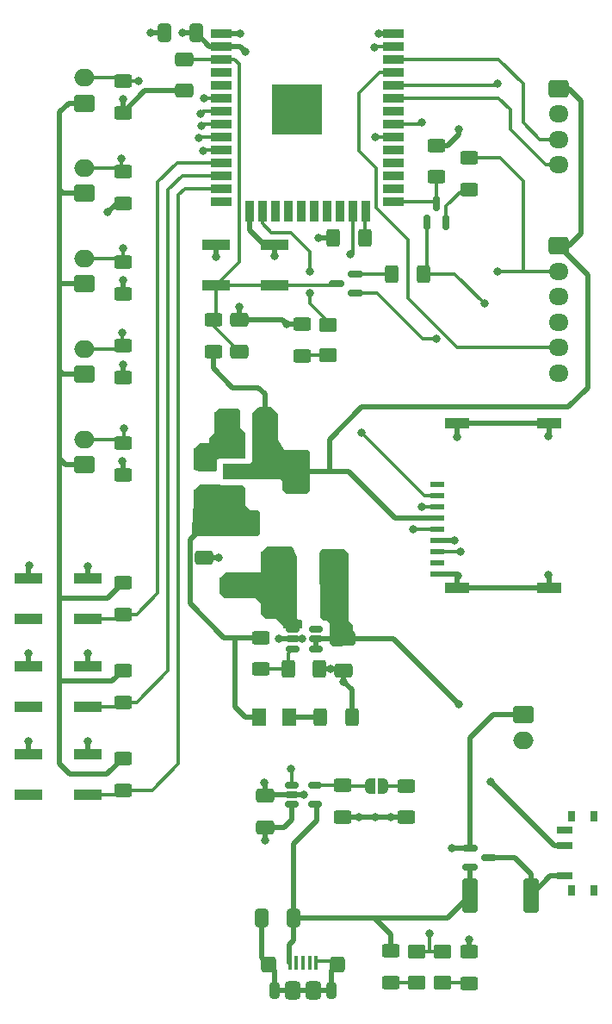
<source format=gbr>
%TF.GenerationSoftware,KiCad,Pcbnew,(6.0.7)*%
%TF.CreationDate,2023-03-03T12:59:50+05:30*%
%TF.ProjectId,ESP32-dev-board,45535033-322d-4646-9576-2d626f617264,rev?*%
%TF.SameCoordinates,Original*%
%TF.FileFunction,Copper,L1,Top*%
%TF.FilePolarity,Positive*%
%FSLAX46Y46*%
G04 Gerber Fmt 4.6, Leading zero omitted, Abs format (unit mm)*
G04 Created by KiCad (PCBNEW (6.0.7)) date 2023-03-03 12:59:50*
%MOMM*%
%LPD*%
G01*
G04 APERTURE LIST*
G04 Aperture macros list*
%AMRoundRect*
0 Rectangle with rounded corners*
0 $1 Rounding radius*
0 $2 $3 $4 $5 $6 $7 $8 $9 X,Y pos of 4 corners*
0 Add a 4 corners polygon primitive as box body*
4,1,4,$2,$3,$4,$5,$6,$7,$8,$9,$2,$3,0*
0 Add four circle primitives for the rounded corners*
1,1,$1+$1,$2,$3*
1,1,$1+$1,$4,$5*
1,1,$1+$1,$6,$7*
1,1,$1+$1,$8,$9*
0 Add four rect primitives between the rounded corners*
20,1,$1+$1,$2,$3,$4,$5,0*
20,1,$1+$1,$4,$5,$6,$7,0*
20,1,$1+$1,$6,$7,$8,$9,0*
20,1,$1+$1,$8,$9,$2,$3,0*%
%AMFreePoly0*
4,1,22,0.500000,-0.750000,0.000000,-0.750000,0.000000,-0.745033,-0.079941,-0.743568,-0.215256,-0.701293,-0.333266,-0.622738,-0.424486,-0.514219,-0.481581,-0.384460,-0.499164,-0.250000,-0.500000,-0.250000,-0.500000,0.250000,-0.499164,0.250000,-0.499963,0.256109,-0.478152,0.396186,-0.417904,0.524511,-0.324060,0.630769,-0.204165,0.706417,-0.067858,0.745374,0.000000,0.744959,0.000000,0.750000,
0.500000,0.750000,0.500000,-0.750000,0.500000,-0.750000,$1*%
%AMFreePoly1*
4,1,20,0.000000,0.744959,0.073905,0.744508,0.209726,0.703889,0.328688,0.626782,0.421226,0.519385,0.479903,0.390333,0.500000,0.250000,0.500000,-0.250000,0.499851,-0.262216,0.476331,-0.402017,0.414519,-0.529596,0.319384,-0.634700,0.198574,-0.708877,0.061801,-0.746166,0.000000,-0.745033,0.000000,-0.750000,-0.500000,-0.750000,-0.500000,0.750000,0.000000,0.750000,0.000000,0.744959,
0.000000,0.744959,$1*%
G04 Aperture macros list end*
%TA.AperFunction,SMDPad,CuDef*%
%ADD10R,2.000000X0.900000*%
%TD*%
%TA.AperFunction,SMDPad,CuDef*%
%ADD11R,0.900000X2.000000*%
%TD*%
%TA.AperFunction,SMDPad,CuDef*%
%ADD12R,5.000000X5.000000*%
%TD*%
%TA.AperFunction,SMDPad,CuDef*%
%ADD13R,2.800000X1.000000*%
%TD*%
%TA.AperFunction,SMDPad,CuDef*%
%ADD14R,2.450000X5.900000*%
%TD*%
%TA.AperFunction,ComponentPad*%
%ADD15RoundRect,0.250000X0.750000X-0.600000X0.750000X0.600000X-0.750000X0.600000X-0.750000X-0.600000X0*%
%TD*%
%TA.AperFunction,ComponentPad*%
%ADD16O,2.000000X1.700000*%
%TD*%
%TA.AperFunction,SMDPad,CuDef*%
%ADD17RoundRect,0.150000X0.150000X-0.587500X0.150000X0.587500X-0.150000X0.587500X-0.150000X-0.587500X0*%
%TD*%
%TA.AperFunction,SMDPad,CuDef*%
%ADD18RoundRect,0.249999X-1.425001X0.512501X-1.425001X-0.512501X1.425001X-0.512501X1.425001X0.512501X0*%
%TD*%
%TA.AperFunction,SMDPad,CuDef*%
%ADD19R,1.400000X0.620000*%
%TD*%
%TA.AperFunction,SMDPad,CuDef*%
%ADD20R,2.400000X1.100000*%
%TD*%
%TA.AperFunction,SMDPad,CuDef*%
%ADD21RoundRect,0.250000X0.625000X-0.400000X0.625000X0.400000X-0.625000X0.400000X-0.625000X-0.400000X0*%
%TD*%
%TA.AperFunction,SMDPad,CuDef*%
%ADD22RoundRect,0.250000X0.400000X0.625000X-0.400000X0.625000X-0.400000X-0.625000X0.400000X-0.625000X0*%
%TD*%
%TA.AperFunction,SMDPad,CuDef*%
%ADD23RoundRect,0.249999X0.512501X1.425001X-0.512501X1.425001X-0.512501X-1.425001X0.512501X-1.425001X0*%
%TD*%
%TA.AperFunction,SMDPad,CuDef*%
%ADD24RoundRect,0.250000X-0.650000X0.412500X-0.650000X-0.412500X0.650000X-0.412500X0.650000X0.412500X0*%
%TD*%
%TA.AperFunction,SMDPad,CuDef*%
%ADD25RoundRect,0.250000X-0.625000X0.400000X-0.625000X-0.400000X0.625000X-0.400000X0.625000X0.400000X0*%
%TD*%
%TA.AperFunction,SMDPad,CuDef*%
%ADD26RoundRect,0.250000X0.412500X0.650000X-0.412500X0.650000X-0.412500X-0.650000X0.412500X-0.650000X0*%
%TD*%
%TA.AperFunction,SMDPad,CuDef*%
%ADD27RoundRect,0.250000X0.650000X-0.412500X0.650000X0.412500X-0.650000X0.412500X-0.650000X-0.412500X0*%
%TD*%
%TA.AperFunction,ComponentPad*%
%ADD28RoundRect,0.250000X-0.725000X0.600000X-0.725000X-0.600000X0.725000X-0.600000X0.725000X0.600000X0*%
%TD*%
%TA.AperFunction,ComponentPad*%
%ADD29O,1.950000X1.700000*%
%TD*%
%TA.AperFunction,SMDPad,CuDef*%
%ADD30RoundRect,0.150000X0.587500X0.150000X-0.587500X0.150000X-0.587500X-0.150000X0.587500X-0.150000X0*%
%TD*%
%TA.AperFunction,SMDPad,CuDef*%
%ADD31RoundRect,0.250001X0.624999X-0.462499X0.624999X0.462499X-0.624999X0.462499X-0.624999X-0.462499X0*%
%TD*%
%TA.AperFunction,SMDPad,CuDef*%
%ADD32RoundRect,0.150000X-0.587500X-0.150000X0.587500X-0.150000X0.587500X0.150000X-0.587500X0.150000X0*%
%TD*%
%TA.AperFunction,SMDPad,CuDef*%
%ADD33RoundRect,0.250000X-0.400000X-0.625000X0.400000X-0.625000X0.400000X0.625000X-0.400000X0.625000X0*%
%TD*%
%TA.AperFunction,SMDPad,CuDef*%
%ADD34FreePoly0,180.000000*%
%TD*%
%TA.AperFunction,SMDPad,CuDef*%
%ADD35FreePoly1,180.000000*%
%TD*%
%TA.AperFunction,SMDPad,CuDef*%
%ADD36RoundRect,0.150000X-0.512500X-0.150000X0.512500X-0.150000X0.512500X0.150000X-0.512500X0.150000X0*%
%TD*%
%TA.AperFunction,SMDPad,CuDef*%
%ADD37R,0.800000X1.000000*%
%TD*%
%TA.AperFunction,SMDPad,CuDef*%
%ADD38R,1.500000X0.700000*%
%TD*%
%TA.AperFunction,SMDPad,CuDef*%
%ADD39RoundRect,0.100000X0.100000X0.575000X-0.100000X0.575000X-0.100000X-0.575000X0.100000X-0.575000X0*%
%TD*%
%TA.AperFunction,SMDPad,CuDef*%
%ADD40RoundRect,0.400000X0.400000X0.500000X-0.400000X0.500000X-0.400000X-0.500000X0.400000X-0.500000X0*%
%TD*%
%TA.AperFunction,ComponentPad*%
%ADD41O,1.100000X1.800000*%
%TD*%
%TA.AperFunction,SMDPad,CuDef*%
%ADD42RoundRect,0.375000X0.375000X0.425000X-0.375000X0.425000X-0.375000X-0.425000X0.375000X-0.425000X0*%
%TD*%
%TA.AperFunction,SMDPad,CuDef*%
%ADD43RoundRect,0.250001X0.462499X0.624999X-0.462499X0.624999X-0.462499X-0.624999X0.462499X-0.624999X0*%
%TD*%
%TA.AperFunction,ComponentPad*%
%ADD44RoundRect,0.250000X-0.750000X0.600000X-0.750000X-0.600000X0.750000X-0.600000X0.750000X0.600000X0*%
%TD*%
%TA.AperFunction,SMDPad,CuDef*%
%ADD45R,2.000000X1.500000*%
%TD*%
%TA.AperFunction,SMDPad,CuDef*%
%ADD46R,2.000000X3.800000*%
%TD*%
%TA.AperFunction,ViaPad*%
%ADD47C,0.800000*%
%TD*%
%TA.AperFunction,Conductor*%
%ADD48C,0.500000*%
%TD*%
%TA.AperFunction,Conductor*%
%ADD49C,0.300000*%
%TD*%
G04 APERTURE END LIST*
D10*
%TO.P,U2,1,GND*%
%TO.N,GND*%
X96640000Y-47110000D03*
%TO.P,U2,2,VDD*%
%TO.N,+3V3*%
X96640000Y-48380000D03*
%TO.P,U2,3,EN*%
%TO.N,EN*%
X96640000Y-49650000D03*
%TO.P,U2,4,SENSOR_VP*%
%TO.N,unconnected-(U2-Pad4)*%
X96640000Y-50920000D03*
%TO.P,U2,5,SENSOR_VN*%
%TO.N,unconnected-(U2-Pad5)*%
X96640000Y-52190000D03*
%TO.P,U2,6,IO34*%
%TO.N,FS-1*%
X96640000Y-53460000D03*
%TO.P,U2,7,IO35*%
%TO.N,FS-2*%
X96640000Y-54730000D03*
%TO.P,U2,8,IO32*%
%TO.N,FS-3*%
X96640000Y-56000000D03*
%TO.P,U2,9,IO33*%
%TO.N,FS-4*%
X96640000Y-57270000D03*
%TO.P,U2,10,IO25*%
%TO.N,FS-5*%
X96640000Y-58540000D03*
%TO.P,U2,11,IO26*%
%TO.N,SW_1*%
X96640000Y-59810000D03*
%TO.P,U2,12,IO27*%
%TO.N,SW_2*%
X96640000Y-61080000D03*
%TO.P,U2,13,IO14*%
%TO.N,SW_3*%
X96640000Y-62350000D03*
%TO.P,U2,14,IO12*%
%TO.N,unconnected-(U2-Pad14)*%
X96640000Y-63620000D03*
D11*
%TO.P,U2,15,GND*%
%TO.N,GND*%
X99425000Y-64620000D03*
%TO.P,U2,16,IO13*%
%TO.N,LED*%
X100695000Y-64620000D03*
%TO.P,U2,17,SHD/SD2*%
%TO.N,unconnected-(U2-Pad17)*%
X101965000Y-64620000D03*
%TO.P,U2,18,SWP/SD3*%
%TO.N,unconnected-(U2-Pad18)*%
X103235000Y-64620000D03*
%TO.P,U2,19,SCS/CMD*%
%TO.N,unconnected-(U2-Pad19)*%
X104505000Y-64620000D03*
%TO.P,U2,20,SCK/CLK*%
%TO.N,unconnected-(U2-Pad20)*%
X105775000Y-64620000D03*
%TO.P,U2,21,SDO/SD0*%
%TO.N,unconnected-(U2-Pad21)*%
X107045000Y-64620000D03*
%TO.P,U2,22,SDI/SD1*%
%TO.N,unconnected-(U2-Pad22)*%
X108315000Y-64620000D03*
%TO.P,U2,23,IO15*%
%TO.N,CS_SD*%
X109585000Y-64620000D03*
%TO.P,U2,24,IO2*%
%TO.N,Net-(R18-Pad2)*%
X110855000Y-64620000D03*
D10*
%TO.P,U2,25,IO0*%
%TO.N,IO0*%
X113640000Y-63620000D03*
%TO.P,U2,26,IO4*%
%TO.N,unconnected-(U2-Pad26)*%
X113640000Y-62350000D03*
%TO.P,U2,27,IO16*%
%TO.N,unconnected-(U2-Pad27)*%
X113640000Y-61080000D03*
%TO.P,U2,28,IO17*%
%TO.N,unconnected-(U2-Pad28)*%
X113640000Y-59810000D03*
%TO.P,U2,29,IO5*%
%TO.N,unconnected-(U2-Pad29)*%
X113640000Y-58540000D03*
%TO.P,U2,30,IO18*%
%TO.N,SCK*%
X113640000Y-57270000D03*
%TO.P,U2,31,IO19*%
%TO.N,MISO*%
X113640000Y-56000000D03*
%TO.P,U2,32,NC*%
%TO.N,unconnected-(U2-Pad32)*%
X113640000Y-54730000D03*
%TO.P,U2,33,IO21*%
%TO.N,SDA*%
X113640000Y-53460000D03*
%TO.P,U2,34,RXD0/IO3*%
%TO.N,TXD*%
X113640000Y-52190000D03*
%TO.P,U2,35,TXD0/IO1*%
%TO.N,RXD*%
X113640000Y-50920000D03*
%TO.P,U2,36,IO22*%
%TO.N,SCL*%
X113640000Y-49650000D03*
%TO.P,U2,37,IO23*%
%TO.N,MOSI*%
X113640000Y-48380000D03*
%TO.P,U2,38,GND*%
%TO.N,GND*%
X113640000Y-47110000D03*
D12*
%TO.P,U2,39,GND*%
X104140000Y-54610000D03*
%TD*%
D13*
%TO.P,SW2,1,1*%
%TO.N,GND*%
X83545000Y-109252000D03*
X77745000Y-109252000D03*
%TO.P,SW2,2,2*%
%TO.N,SW_2*%
X83545000Y-113252000D03*
X77745000Y-113252000D03*
%TD*%
D14*
%TO.P,L1,1,1*%
%TO.N,+5V*%
X107839848Y-101092000D03*
%TO.P,L1,2,2*%
%TO.N,/OUTPUT_buck*%
X102289848Y-101092000D03*
%TD*%
D15*
%TO.P,J3,1,Pin_1*%
%TO.N,+3V3*%
X83177500Y-62845000D03*
D16*
%TO.P,J3,2,Pin_2*%
%TO.N,FS-2*%
X83177500Y-60345000D03*
%TD*%
D17*
%TO.P,Q3,1,D*%
%TO.N,DTR*%
X116890000Y-65657500D03*
%TO.P,Q3,2,G*%
%TO.N,Net-(Q3-Pad2)*%
X118790000Y-65657500D03*
%TO.P,Q3,3,S*%
%TO.N,IO0*%
X117840000Y-63782500D03*
%TD*%
D18*
%TO.P,D6,1,K*%
%TO.N,VCC*%
X98552000Y-95319615D03*
%TO.P,D6,2,A*%
%TO.N,/OUTPUT_buck*%
X98552000Y-101294615D03*
%TD*%
D19*
%TO.P,J10,1,DAT2*%
%TO.N,unconnected-(J10-Pad1)*%
X117888000Y-91420000D03*
%TO.P,J10,2,DAT3/CD*%
%TO.N,CS_SD*%
X117888000Y-92520000D03*
%TO.P,J10,3,CMD*%
%TO.N,MOSI*%
X117888000Y-93620000D03*
%TO.P,J10,4,VDD*%
%TO.N,+3V3*%
X117888000Y-94720000D03*
%TO.P,J10,5,CLK*%
%TO.N,SCK*%
X117888000Y-95820000D03*
%TO.P,J10,6,VSS*%
%TO.N,GND*%
X117888000Y-96920000D03*
%TO.P,J10,7,DAT0*%
%TO.N,MISO*%
X117888000Y-98020000D03*
%TO.P,J10,8,DAT1*%
%TO.N,unconnected-(J10-Pad8)*%
X117888000Y-99120000D03*
%TO.P,J10,9,SHIELD*%
%TO.N,GND*%
X117888000Y-100220000D03*
D20*
X119888000Y-85450000D03*
X128888000Y-101600000D03*
X119888000Y-101600000D03*
X128888000Y-85450000D03*
%TD*%
D21*
%TO.P,R12,1*%
%TO.N,Net-(D2-Pad1)*%
X113376156Y-140330251D03*
%TO.P,R12,2*%
%TO.N,VBUS*%
X113376156Y-137230251D03*
%TD*%
D22*
%TO.P,R17,1*%
%TO.N,GND*%
X106334430Y-109545032D03*
%TO.P,R17,2*%
%TO.N,Net-(R16-Pad1)*%
X103234430Y-109545032D03*
%TD*%
D15*
%TO.P,J5,1,Pin_1*%
%TO.N,+3V3*%
X83177500Y-71735000D03*
D16*
%TO.P,J5,2,Pin_2*%
%TO.N,FS-3*%
X83177500Y-69235000D03*
%TD*%
D21*
%TO.P,R13,1*%
%TO.N,Net-(D3-Pad1)*%
X121081204Y-140409758D03*
%TO.P,R13,2*%
%TO.N,GND*%
X121081204Y-137309758D03*
%TD*%
D23*
%TO.P,D5,1,K*%
%TO.N,+5VA*%
X127137085Y-131797543D03*
%TO.P,D5,2,A*%
%TO.N,VBUS*%
X121162085Y-131797543D03*
%TD*%
D24*
%TO.P,C9,1*%
%TO.N,VCC*%
X94996000Y-95465500D03*
%TO.P,C9,2*%
%TO.N,GND*%
X94996000Y-98590500D03*
%TD*%
D25*
%TO.P,R4,1*%
%TO.N,FS-2*%
X86995000Y-60680000D03*
%TO.P,R4,2*%
%TO.N,GND*%
X86995000Y-63780000D03*
%TD*%
D26*
%TO.P,C2,1*%
%TO.N,+3V3*%
X100956507Y-85090000D03*
%TO.P,C2,2*%
%TO.N,GND*%
X97831507Y-85090000D03*
%TD*%
%TO.P,C5,1*%
%TO.N,+3V3*%
X94210700Y-47076897D03*
%TO.P,C5,2*%
%TO.N,GND*%
X91085700Y-47076897D03*
%TD*%
D21*
%TO.P,R21,1*%
%TO.N,Net-(Q3-Pad2)*%
X121015000Y-62460000D03*
%TO.P,R21,2*%
%TO.N,CTS*%
X121015000Y-59360000D03*
%TD*%
D25*
%TO.P,R1,1*%
%TO.N,FS-1*%
X86995000Y-51790000D03*
%TO.P,R1,2*%
%TO.N,GND*%
X86995000Y-54890000D03*
%TD*%
D15*
%TO.P,J1,1,Pin_1*%
%TO.N,+3V3*%
X83185000Y-53975000D03*
D16*
%TO.P,J1,2,Pin_2*%
%TO.N,FS-1*%
X83185000Y-51475000D03*
%TD*%
D27*
%TO.P,C4,1*%
%TO.N,VCCQ*%
X100965000Y-125133500D03*
%TO.P,C4,2*%
%TO.N,GND*%
X100965000Y-122008500D03*
%TD*%
D25*
%TO.P,R3,1*%
%TO.N,FS-4*%
X86995000Y-77825000D03*
%TO.P,R3,2*%
%TO.N,GND*%
X86995000Y-80925000D03*
%TD*%
D15*
%TO.P,J4,1,Pin_1*%
%TO.N,+3V3*%
X83177500Y-89515000D03*
D16*
%TO.P,J4,2,Pin_2*%
%TO.N,FS-5*%
X83177500Y-87015000D03*
%TD*%
D28*
%TO.P,J6,1,Pin_1*%
%TO.N,+3V3*%
X129840000Y-52545000D03*
D29*
%TO.P,J6,2,Pin_2*%
%TO.N,GND*%
X129840000Y-55045000D03*
%TO.P,J6,3,Pin_3*%
%TO.N,SCL*%
X129840000Y-57545000D03*
%TO.P,J6,4,Pin_4*%
%TO.N,SDA*%
X129840000Y-60045000D03*
%TD*%
D25*
%TO.P,R7,1*%
%TO.N,FS-3*%
X86995000Y-69570000D03*
%TO.P,R7,2*%
%TO.N,GND*%
X86995000Y-72670000D03*
%TD*%
D30*
%TO.P,Q2,1,D*%
%TO.N,CTS*%
X109887500Y-72655000D03*
%TO.P,Q2,2,G*%
%TO.N,Net-(Q2-Pad2)*%
X109887500Y-70755000D03*
%TO.P,Q2,3,S*%
%TO.N,EN*%
X108012500Y-71705000D03*
%TD*%
D31*
%TO.P,D3,1,K*%
%TO.N,Net-(D3-Pad1)*%
X118456156Y-140322924D03*
%TO.P,D3,2,A*%
%TO.N,STAT*%
X118456156Y-137347924D03*
%TD*%
D32*
%TO.P,Q1,1,D*%
%TO.N,VCCQ*%
X121145328Y-127116219D03*
%TO.P,Q1,2,G*%
%TO.N,VBUS*%
X121145328Y-129016219D03*
%TO.P,Q1,3,S*%
%TO.N,+5VA*%
X123020328Y-128066219D03*
%TD*%
D13*
%TO.P,SW5,1,1*%
%TO.N,GND*%
X96160000Y-67850000D03*
X101960000Y-67850000D03*
%TO.P,SW5,2,2*%
%TO.N,EN*%
X96160000Y-71850000D03*
X101960000Y-71850000D03*
%TD*%
D33*
%TO.P,R14,1*%
%TO.N,Net-(D4-Pad1)*%
X106400000Y-114300000D03*
%TO.P,R14,2*%
%TO.N,GND*%
X109500000Y-114300000D03*
%TD*%
D25*
%TO.P,R8,1*%
%TO.N,+3V3*%
X86995000Y-118338000D03*
%TO.P,R8,2*%
%TO.N,SW_3*%
X86995000Y-121438000D03*
%TD*%
D13*
%TO.P,SW1,1,1*%
%TO.N,GND*%
X83545000Y-100630000D03*
X77745000Y-100630000D03*
%TO.P,SW1,2,2*%
%TO.N,SW_1*%
X77745000Y-104630000D03*
X83545000Y-104630000D03*
%TD*%
D34*
%TO.P,JP1,1,A*%
%TO.N,Net-(JP1-Pad1)*%
X112588856Y-121029276D03*
D35*
%TO.P,JP1,2,B*%
%TO.N,Net-(JP1-Pad2)*%
X111288856Y-121029276D03*
%TD*%
D21*
%TO.P,R9,1*%
%TO.N,Net-(D1-Pad1)*%
X104648000Y-78766000D03*
%TO.P,R9,2*%
%TO.N,GND*%
X104648000Y-75666000D03*
%TD*%
D26*
%TO.P,C3,1*%
%TO.N,VBUS*%
X103797500Y-133985000D03*
%TO.P,C3,2*%
%TO.N,GND*%
X100672500Y-133985000D03*
%TD*%
D21*
%TO.P,R11,1*%
%TO.N,GND*%
X108585000Y-124105000D03*
%TO.P,R11,2*%
%TO.N,Net-(JP1-Pad2)*%
X108585000Y-121005000D03*
%TD*%
D13*
%TO.P,SW3,1,1*%
%TO.N,GND*%
X83545000Y-117888000D03*
X77745000Y-117888000D03*
%TO.P,SW3,2,2*%
%TO.N,SW_3*%
X83545000Y-121888000D03*
X77745000Y-121888000D03*
%TD*%
D36*
%TO.P,U4,1,SW*%
%TO.N,/OUTPUT_buck*%
X103675369Y-105657189D03*
%TO.P,U4,2,GND*%
%TO.N,GND*%
X103675369Y-106607189D03*
%TO.P,U4,3,FB*%
%TO.N,Net-(R16-Pad1)*%
X103675369Y-107557189D03*
%TO.P,U4,4,EN*%
%TO.N,+5V*%
X105950369Y-107557189D03*
%TO.P,U4,5,IN*%
X105950369Y-106607189D03*
%TO.P,U4,6,NC*%
%TO.N,unconnected-(U4-Pad6)*%
X105950369Y-105657189D03*
%TD*%
D24*
%TO.P,C7,1*%
%TO.N,EN*%
X93040149Y-49643759D03*
%TO.P,C7,2*%
%TO.N,GND*%
X93040149Y-52768759D03*
%TD*%
D36*
%TO.P,U3,1,STAT*%
%TO.N,STAT*%
X103637500Y-120970000D03*
%TO.P,U3,2,VSS*%
%TO.N,GND*%
X103637500Y-121920000D03*
%TO.P,U3,3,VBAT*%
%TO.N,VCCQ*%
X103637500Y-122870000D03*
%TO.P,U3,4,VDD*%
%TO.N,VBUS*%
X105912500Y-122870000D03*
%TO.P,U3,5,PROG*%
%TO.N,Net-(JP1-Pad2)*%
X105912500Y-120970000D03*
%TD*%
D37*
%TO.P,SW4,*%
%TO.N,*%
X131103829Y-123985000D03*
X133313829Y-131285000D03*
X131103829Y-131285000D03*
X133313829Y-123985000D03*
D38*
%TO.P,SW4,1,A*%
%TO.N,+5VA*%
X130453829Y-129885000D03*
%TO.P,SW4,2,B*%
%TO.N,+5V*%
X130453829Y-126885000D03*
%TO.P,SW4,3,C*%
%TO.N,unconnected-(SW4-Pad3)*%
X130453829Y-125385000D03*
%TD*%
D21*
%TO.P,R19,1*%
%TO.N,IO0*%
X117852898Y-61221105D03*
%TO.P,R19,2*%
%TO.N,+3V3*%
X117852898Y-58121105D03*
%TD*%
%TO.P,R10,1*%
%TO.N,GND*%
X114906211Y-124143350D03*
%TO.P,R10,2*%
%TO.N,Net-(JP1-Pad1)*%
X114906211Y-121043350D03*
%TD*%
D28*
%TO.P,J7,1,Pin_1*%
%TO.N,+3V3*%
X129840000Y-67985000D03*
D29*
%TO.P,J7,2,Pin_2*%
%TO.N,CTS*%
X129840000Y-70485000D03*
%TO.P,J7,3,Pin_3*%
%TO.N,GND*%
X129840000Y-72985000D03*
%TO.P,J7,4,Pin_4*%
%TO.N,TXD*%
X129840000Y-75485000D03*
%TO.P,J7,5,Pin_5*%
%TO.N,RXD*%
X129840000Y-77985000D03*
%TO.P,J7,6,Pin_6*%
%TO.N,DTR*%
X129840000Y-80485000D03*
%TD*%
D39*
%TO.P,J8,1,VBUS*%
%TO.N,VBUS*%
X103411436Y-138449761D03*
%TO.P,J8,2,D-*%
%TO.N,unconnected-(J8-Pad2)*%
X104061436Y-138449761D03*
%TO.P,J8,3,D+*%
%TO.N,unconnected-(J8-Pad3)*%
X104711436Y-138449761D03*
%TO.P,J8,4,ID*%
%TO.N,unconnected-(J8-Pad4)*%
X105361436Y-138449761D03*
%TO.P,J8,5,GND*%
%TO.N,GND*%
X106011436Y-138449761D03*
D40*
%TO.P,J8,6,Shield*%
X105761436Y-141124761D03*
D41*
X101886436Y-141124761D03*
D40*
X103661436Y-141124761D03*
D42*
X101311436Y-138574761D03*
X108111436Y-138574761D03*
D41*
X107536436Y-141124761D03*
%TD*%
D25*
%TO.P,R15,1*%
%TO.N,EN*%
X95885000Y-75285000D03*
%TO.P,R15,2*%
%TO.N,+3V3*%
X95885000Y-78385000D03*
%TD*%
D33*
%TO.P,R20,1*%
%TO.N,Net-(Q2-Pad2)*%
X113435940Y-70741007D03*
%TO.P,R20,2*%
%TO.N,DTR*%
X116535940Y-70741007D03*
%TD*%
D15*
%TO.P,J2,1,Pin_1*%
%TO.N,+3V3*%
X83177500Y-80625000D03*
D16*
%TO.P,J2,2,Pin_2*%
%TO.N,FS-4*%
X83177500Y-78125000D03*
%TD*%
D25*
%TO.P,R2,1*%
%TO.N,+3V3*%
X86995000Y-101080000D03*
%TO.P,R2,2*%
%TO.N,SW_1*%
X86995000Y-104180000D03*
%TD*%
D43*
%TO.P,D4,1,K*%
%TO.N,Net-(D4-Pad1)*%
X103335257Y-114272592D03*
%TO.P,D4,2,A*%
%TO.N,VCC*%
X100360257Y-114272592D03*
%TD*%
D44*
%TO.P,J9,1,Pin_1*%
%TO.N,VCCQ*%
X126372500Y-114066000D03*
D16*
%TO.P,J9,2,Pin_2*%
%TO.N,GND*%
X126372500Y-116566000D03*
%TD*%
D21*
%TO.P,R16,1*%
%TO.N,Net-(R16-Pad1)*%
X100563943Y-109556537D03*
%TO.P,R16,2*%
%TO.N,VCC*%
X100563943Y-106456537D03*
%TD*%
D24*
%TO.P,C8,1*%
%TO.N,+5V*%
X108712000Y-106600973D03*
%TO.P,C8,2*%
%TO.N,GND*%
X108712000Y-109725973D03*
%TD*%
D45*
%TO.P,U1,1,ADJ*%
%TO.N,GND*%
X97815000Y-87870000D03*
%TO.P,U1,2,VO*%
%TO.N,+3V3*%
X97815000Y-90170000D03*
D46*
X104115000Y-90170000D03*
D45*
%TO.P,U1,3,VI*%
%TO.N,VCC*%
X97815000Y-92470000D03*
%TD*%
D25*
%TO.P,R6,1*%
%TO.N,+3V3*%
X86995000Y-109702000D03*
%TO.P,R6,2*%
%TO.N,SW_2*%
X86995000Y-112802000D03*
%TD*%
D31*
%TO.P,D2,1,K*%
%TO.N,Net-(D2-Pad1)*%
X115916156Y-140322924D03*
%TO.P,D2,2,A*%
%TO.N,STAT*%
X115916156Y-137347924D03*
%TD*%
D33*
%TO.P,R18,1*%
%TO.N,GND*%
X107705990Y-67200319D03*
%TO.P,R18,2*%
%TO.N,Net-(R18-Pad2)*%
X110805990Y-67200319D03*
%TD*%
D27*
%TO.P,C1,1*%
%TO.N,VCC*%
X95250000Y-92367500D03*
%TO.P,C1,2*%
%TO.N,GND*%
X95250000Y-89242500D03*
%TD*%
D31*
%TO.P,D1,1,K*%
%TO.N,Net-(D1-Pad1)*%
X107188000Y-78703500D03*
%TO.P,D1,2,A*%
%TO.N,LED*%
X107188000Y-75728500D03*
%TD*%
D25*
%TO.P,R5,1*%
%TO.N,FS-5*%
X86995000Y-87350000D03*
%TO.P,R5,2*%
%TO.N,GND*%
X86995000Y-90450000D03*
%TD*%
D24*
%TO.P,C6,1*%
%TO.N,GND*%
X98425000Y-75272500D03*
%TO.P,C6,2*%
%TO.N,EN*%
X98425000Y-78397500D03*
%TD*%
D47*
%TO.N,+3V3*%
X120015000Y-56515000D03*
X100965000Y-89535000D03*
X100965000Y-88265000D03*
X99060000Y-48895000D03*
X92874990Y-47039497D03*
%TO.N,VCCQ*%
X119383022Y-127123742D03*
X100965000Y-126365000D03*
%TO.N,+5V*%
X120015000Y-113030000D03*
X123190000Y-120650000D03*
%TO.N,LED*%
X105410000Y-72649500D03*
X105410000Y-70485000D03*
%TO.N,STAT*%
X117172155Y-135498661D03*
X103505000Y-119380000D03*
%TO.N,FS-1*%
X94970013Y-53495920D03*
X88524820Y-51801562D03*
%TO.N,FS-4*%
X86926470Y-76483135D03*
X94488000Y-57404000D03*
%TO.N,FS-2*%
X94613038Y-55022350D03*
X86869259Y-59380955D03*
%TO.N,FS-5*%
X94895643Y-58617960D03*
X87075164Y-85883754D03*
%TO.N,FS-3*%
X94742629Y-56216368D03*
X86990530Y-68259497D03*
%TO.N,CTS*%
X123825000Y-70485000D03*
X117862168Y-77082832D03*
%TO.N,TXD*%
X123825000Y-52070000D03*
%TO.N,DTR*%
X122555000Y-73660000D03*
%TO.N,CS_SD*%
X109370807Y-68848617D03*
X110490000Y-86360000D03*
%TO.N,SCK*%
X115586227Y-95801961D03*
X111815359Y-57282535D03*
%TO.N,MISO*%
X120165534Y-98032300D03*
X116369500Y-55879999D03*
%TO.N,MOSI*%
X111725643Y-48468897D03*
X116427666Y-93617706D03*
%TO.N,GND*%
X103124000Y-53848000D03*
X86975195Y-79619569D03*
X101950254Y-69019400D03*
X108712000Y-110797922D03*
X83545880Y-99451059D03*
X96422401Y-98652433D03*
X128868509Y-100294169D03*
X104140000Y-53848000D03*
X103076986Y-75646675D03*
X105156000Y-53848000D03*
X107392960Y-109569245D03*
X96132485Y-69038890D03*
X95492342Y-87894189D03*
X106227950Y-67181425D03*
X105156000Y-55880000D03*
X96520000Y-84836000D03*
X77793725Y-99382639D03*
X83576374Y-116632835D03*
X94667004Y-87919662D03*
X113385000Y-124105000D03*
X119913986Y-100365632D03*
X104140000Y-54864000D03*
X111857764Y-124110116D03*
X121058930Y-136118104D03*
X98532263Y-47140736D03*
X104775000Y-121920000D03*
X103124000Y-54864000D03*
X104638369Y-106615033D03*
X105156000Y-54864000D03*
X119840700Y-86784073D03*
X110210000Y-124105000D03*
X128830469Y-86710986D03*
X112194711Y-47127750D03*
X83577483Y-108017632D03*
X100916322Y-120692815D03*
X89760402Y-47088033D03*
X77715514Y-116625609D03*
X77735254Y-107994894D03*
X96139367Y-87364342D03*
X103124000Y-55880000D03*
X119589153Y-96943543D03*
X86995000Y-71373914D03*
X98454549Y-73947113D03*
X86969013Y-89157162D03*
X102367590Y-106615033D03*
X85489798Y-64706569D03*
X104140000Y-55880000D03*
X86988503Y-53538692D03*
X96518531Y-85680248D03*
%TD*%
D48*
%TO.N,VCC*%
X94996000Y-95465500D02*
X93596000Y-96865500D01*
X98013463Y-106456537D02*
X98013463Y-113253463D01*
X93596000Y-103121000D02*
X96931537Y-106456537D01*
X98013463Y-106456537D02*
X100563943Y-106456537D01*
X98013463Y-113253463D02*
X99060000Y-114300000D01*
X93596000Y-96865500D02*
X93596000Y-103121000D01*
X99060000Y-114300000D02*
X100332849Y-114300000D01*
X100332849Y-114300000D02*
X100360257Y-114272592D01*
X96931537Y-106456537D02*
X98013463Y-106456537D01*
%TO.N,+3V3*%
X80772000Y-54864000D02*
X80772000Y-62484000D01*
X132080000Y-66747129D02*
X130842129Y-67985000D01*
X80879000Y-71735000D02*
X80772000Y-71628000D01*
X130810000Y-83820000D02*
X110490000Y-83820000D01*
X120015000Y-56515000D02*
X120015000Y-57078140D01*
X80772000Y-80264000D02*
X80772000Y-88900000D01*
X85459000Y-102616000D02*
X80772000Y-102616000D01*
X113770000Y-94720000D02*
X109220000Y-90170000D01*
X86995000Y-101080000D02*
X85459000Y-102616000D01*
X95513803Y-48380000D02*
X94210700Y-47076897D01*
X132715000Y-70860000D02*
X132715000Y-81915000D01*
X132080000Y-53747701D02*
X132080000Y-66747129D01*
X81788000Y-119888000D02*
X85445000Y-119888000D01*
X94210700Y-47076897D02*
X92912390Y-47076897D01*
X80772000Y-88900000D02*
X81387000Y-89515000D01*
X80772000Y-110744000D02*
X80772000Y-118872000D01*
X107315000Y-90170000D02*
X104115000Y-90170000D01*
X110490000Y-83820000D02*
X107315000Y-86995000D01*
X80772000Y-102616000D02*
X80772000Y-110744000D01*
X117888000Y-94720000D02*
X113770000Y-94720000D01*
X86995000Y-109702000D02*
X85953000Y-110744000D01*
X80772000Y-62484000D02*
X80772000Y-71628000D01*
X96640000Y-48380000D02*
X98545000Y-48380000D01*
X95885000Y-80010000D02*
X97790000Y-81915000D01*
X100330000Y-81915000D02*
X100965000Y-82550000D01*
X107315000Y-86995000D02*
X107315000Y-90170000D01*
X81661000Y-53975000D02*
X80772000Y-54864000D01*
X100956507Y-82558493D02*
X100965000Y-82550000D01*
X109220000Y-90170000D02*
X107315000Y-90170000D01*
X83185000Y-53975000D02*
X81661000Y-53975000D01*
X83177500Y-71735000D02*
X80879000Y-71735000D01*
X98545000Y-48380000D02*
X99060000Y-48895000D01*
X80772000Y-88900000D02*
X80772000Y-102616000D01*
X100956507Y-85090000D02*
X100956507Y-82558493D01*
X80772000Y-118872000D02*
X81788000Y-119888000D01*
X81133000Y-62845000D02*
X80772000Y-62484000D01*
X96640000Y-48380000D02*
X95513803Y-48380000D01*
X95885000Y-78385000D02*
X95885000Y-80010000D01*
X81133000Y-80625000D02*
X80772000Y-80264000D01*
X118972035Y-58121105D02*
X117852898Y-58121105D01*
X130842129Y-67985000D02*
X129840000Y-67985000D01*
X132715000Y-81915000D02*
X130810000Y-83820000D01*
X83177500Y-62845000D02*
X81133000Y-62845000D01*
X130877299Y-52545000D02*
X132080000Y-53747701D01*
X120015000Y-57078140D02*
X118972035Y-58121105D01*
X129840000Y-52545000D02*
X130877299Y-52545000D01*
X85445000Y-119888000D02*
X86995000Y-118338000D01*
X129840000Y-67985000D02*
X132715000Y-70860000D01*
X81387000Y-89515000D02*
X83177500Y-89515000D01*
X80772000Y-71628000D02*
X80772000Y-80264000D01*
X97790000Y-81915000D02*
X100330000Y-81915000D01*
X92912390Y-47076897D02*
X92874990Y-47039497D01*
X83177500Y-80625000D02*
X81133000Y-80625000D01*
X85953000Y-110744000D02*
X80772000Y-110744000D01*
%TO.N,VBUS*%
X110490000Y-133985000D02*
X103797500Y-133985000D01*
X103797500Y-126707500D02*
X106045000Y-124460000D01*
X121154463Y-131789921D02*
X121162085Y-131797543D01*
X113376156Y-135601156D02*
X111760000Y-133985000D01*
X121154463Y-129204728D02*
X121154463Y-131789921D01*
X113376156Y-137230251D02*
X113376156Y-135601156D01*
X110490000Y-133985000D02*
X118974628Y-133985000D01*
X111760000Y-133985000D02*
X110490000Y-133985000D01*
X103797500Y-136232500D02*
X103361436Y-136668564D01*
X118974628Y-133985000D02*
X121162085Y-131797543D01*
X103797500Y-133985000D02*
X103797500Y-136232500D01*
X106045000Y-124460000D02*
X106045000Y-123002500D01*
X103361436Y-136668564D02*
X103361436Y-138449761D01*
X106045000Y-123002500D02*
X105912500Y-122870000D01*
X103797500Y-133985000D02*
X103797500Y-126707500D01*
%TO.N,VCCQ*%
X103637500Y-122870000D02*
X103637500Y-124327500D01*
X121137805Y-127123742D02*
X121154463Y-127107084D01*
X121154463Y-116335537D02*
X123424000Y-114066000D01*
X100965000Y-125133500D02*
X100965000Y-126365000D01*
X123424000Y-114066000D02*
X126372500Y-114066000D01*
X121154463Y-127107084D02*
X121154463Y-116335537D01*
X103637500Y-124327500D02*
X102831500Y-125133500D01*
X119383022Y-127123742D02*
X121137805Y-127123742D01*
X102831500Y-125133500D02*
X100965000Y-125133500D01*
D49*
%TO.N,EN*%
X97940000Y-49650000D02*
X98425000Y-50135000D01*
X96640000Y-49650000D02*
X93046390Y-49650000D01*
X101960000Y-71850000D02*
X96160000Y-71850000D01*
X95885000Y-75857500D02*
X98425000Y-78397500D01*
X98425000Y-50135000D02*
X98425000Y-69585000D01*
X107867500Y-71850000D02*
X101960000Y-71850000D01*
X108012500Y-71705000D02*
X107867500Y-71850000D01*
X93046390Y-49650000D02*
X93040149Y-49643759D01*
X96160000Y-75010000D02*
X95885000Y-75285000D01*
X96160000Y-71850000D02*
X96160000Y-75010000D01*
X95885000Y-75285000D02*
X95885000Y-75857500D01*
X98425000Y-69585000D02*
X96160000Y-71850000D01*
X96640000Y-49650000D02*
X97940000Y-49650000D01*
D48*
%TO.N,+5V*%
X105950369Y-107557189D02*
X105950369Y-106607189D01*
X130453829Y-126885000D02*
X129425000Y-126885000D01*
X105950369Y-106607189D02*
X108705784Y-106607189D01*
X129425000Y-126885000D02*
X123190000Y-120650000D01*
X108705784Y-106607189D02*
X108712000Y-106600973D01*
X113585973Y-106600973D02*
X108712000Y-106600973D01*
X120015000Y-113030000D02*
X113585973Y-106600973D01*
D49*
%TO.N,Net-(D1-Pad1)*%
X104710500Y-78703500D02*
X104648000Y-78766000D01*
X107188000Y-78703500D02*
X104710500Y-78703500D01*
%TO.N,LED*%
X101600000Y-66675000D02*
X103505000Y-66675000D01*
X100695000Y-64620000D02*
X100695000Y-65770000D01*
X103505000Y-66675000D02*
X105410000Y-68580000D01*
X105410000Y-73660000D02*
X107188000Y-75438000D01*
X105410000Y-68580000D02*
X105410000Y-70485000D01*
X107188000Y-75438000D02*
X107188000Y-75728500D01*
X105410000Y-72649500D02*
X105410000Y-73660000D01*
X100695000Y-65770000D02*
X101600000Y-66675000D01*
%TO.N,Net-(D2-Pad1)*%
X115908829Y-140330251D02*
X115916156Y-140322924D01*
X113376156Y-140330251D02*
X115908829Y-140330251D01*
%TO.N,STAT*%
X118456156Y-137347924D02*
X117027924Y-137347924D01*
X103637500Y-120970000D02*
X103637500Y-119512500D01*
X117027924Y-137347924D02*
X115916156Y-137347924D01*
X117172155Y-135498661D02*
X117172155Y-137203693D01*
X103637500Y-119512500D02*
X103505000Y-119380000D01*
X117172155Y-137203693D02*
X117027924Y-137347924D01*
%TO.N,Net-(D3-Pad1)*%
X120994370Y-140322924D02*
X121081204Y-140409758D01*
X118456156Y-140322924D02*
X120994370Y-140322924D01*
D48*
%TO.N,Net-(D4-Pad1)*%
X103335257Y-114272592D02*
X106372592Y-114272592D01*
X106372592Y-114272592D02*
X106400000Y-114300000D01*
%TO.N,+5VA*%
X127137085Y-129677085D02*
X127137085Y-131797543D01*
X123020328Y-128066219D02*
X125526219Y-128066219D01*
X130453829Y-129885000D02*
X129049628Y-129885000D01*
X129049628Y-129885000D02*
X127137085Y-131797543D01*
X125526219Y-128066219D02*
X127137085Y-129677085D01*
D49*
%TO.N,FS-1*%
X87006562Y-51801562D02*
X86995000Y-51790000D01*
X86680000Y-51475000D02*
X86995000Y-51790000D01*
X88524820Y-51801562D02*
X87006562Y-51801562D01*
X95005933Y-53460000D02*
X94970013Y-53495920D01*
X96640000Y-53460000D02*
X95005933Y-53460000D01*
X83185000Y-51475000D02*
X86680000Y-51475000D01*
%TO.N,FS-4*%
X86695000Y-78125000D02*
X86995000Y-77825000D01*
X86926470Y-77756470D02*
X86995000Y-77825000D01*
X94488000Y-57404000D02*
X94622000Y-57270000D01*
X94622000Y-57270000D02*
X96640000Y-57270000D01*
X86926470Y-76483135D02*
X86926470Y-77756470D01*
X83177500Y-78125000D02*
X86695000Y-78125000D01*
%TO.N,FS-2*%
X83177500Y-60345000D02*
X86660000Y-60345000D01*
X86869259Y-60554259D02*
X86995000Y-60680000D01*
X86660000Y-60345000D02*
X86995000Y-60680000D01*
X94905388Y-54730000D02*
X94613038Y-55022350D01*
X86869259Y-59380955D02*
X86869259Y-60554259D01*
X96640000Y-54730000D02*
X94905388Y-54730000D01*
%TO.N,FS-5*%
X96640000Y-58540000D02*
X94973603Y-58540000D01*
X86660000Y-87015000D02*
X86995000Y-87350000D01*
X87075164Y-87269836D02*
X86995000Y-87350000D01*
X94973603Y-58540000D02*
X94895643Y-58617960D01*
X87075164Y-85883754D02*
X87075164Y-87269836D01*
X83177500Y-87015000D02*
X86660000Y-87015000D01*
%TO.N,FS-3*%
X86990530Y-68259497D02*
X86990530Y-69565530D01*
X96640000Y-56000000D02*
X94958997Y-56000000D01*
X83177500Y-69235000D02*
X86660000Y-69235000D01*
X86990530Y-69565530D02*
X86995000Y-69570000D01*
X94958997Y-56000000D02*
X94742629Y-56216368D01*
X86660000Y-69235000D02*
X86995000Y-69570000D01*
%TO.N,SCL*%
X123945000Y-49650000D02*
X126365000Y-52070000D01*
X128030000Y-57545000D02*
X129840000Y-57545000D01*
X126365000Y-55880000D02*
X128030000Y-57545000D01*
X126365000Y-52070000D02*
X126365000Y-55880000D01*
X113640000Y-49650000D02*
X123945000Y-49650000D01*
%TO.N,SDA*%
X125095000Y-54610000D02*
X123945000Y-53460000D01*
X129840000Y-60045000D02*
X128625000Y-60045000D01*
X128625000Y-60045000D02*
X125095000Y-56515000D01*
X123945000Y-53460000D02*
X113640000Y-53460000D01*
X125095000Y-56515000D02*
X125095000Y-54610000D01*
%TO.N,CTS*%
X124130000Y-59360000D02*
X121015000Y-59360000D01*
X117862168Y-77082832D02*
X116452832Y-77082832D01*
X126365000Y-70485000D02*
X126365000Y-61595000D01*
X129840000Y-70485000D02*
X126365000Y-70485000D01*
X116452832Y-77082832D02*
X112025000Y-72655000D01*
X112025000Y-72655000D02*
X109887500Y-72655000D01*
X126365000Y-61595000D02*
X124130000Y-59360000D01*
X123825000Y-70485000D02*
X129840000Y-70485000D01*
%TO.N,TXD*%
X123825000Y-52070000D02*
X123705000Y-52190000D01*
X123705000Y-52190000D02*
X113640000Y-52190000D01*
%TO.N,RXD*%
X110228473Y-58642665D02*
X111907262Y-60321454D01*
X113640000Y-50920000D02*
X112275000Y-50920000D01*
X111907262Y-64282262D02*
X115017767Y-67392767D01*
X110228473Y-52966527D02*
X110228473Y-58642665D01*
X115017767Y-67392767D02*
X115017767Y-73107767D01*
X111907262Y-60321454D02*
X111907262Y-64282262D01*
X112275000Y-50920000D02*
X110228473Y-52966527D01*
X119895000Y-77985000D02*
X129840000Y-77985000D01*
X115017767Y-73107767D02*
X119895000Y-77985000D01*
%TO.N,DTR*%
X122555000Y-73660000D02*
X119636007Y-70741007D01*
X116890000Y-65657500D02*
X116890000Y-70386947D01*
X119636007Y-70741007D02*
X116535940Y-70741007D01*
X116890000Y-70386947D02*
X116535940Y-70741007D01*
%TO.N,Net-(JP1-Pad1)*%
X114892137Y-121029276D02*
X114906211Y-121043350D01*
X112588856Y-121029276D02*
X114892137Y-121029276D01*
%TO.N,Net-(JP1-Pad2)*%
X111288856Y-121029276D02*
X108609276Y-121029276D01*
X108550000Y-120970000D02*
X108585000Y-121005000D01*
X105912500Y-120970000D02*
X108550000Y-120970000D01*
X108609276Y-121029276D02*
X108585000Y-121005000D01*
%TO.N,Net-(Q2-Pad2)*%
X113435940Y-70741007D02*
X109901493Y-70741007D01*
X109901493Y-70741007D02*
X109887500Y-70755000D01*
%TO.N,Net-(Q3-Pad2)*%
X118790000Y-64090000D02*
X120420000Y-62460000D01*
X118790000Y-65657500D02*
X118790000Y-64090000D01*
X120420000Y-62460000D02*
X121015000Y-62460000D01*
%TO.N,IO0*%
X117677500Y-63620000D02*
X117840000Y-63782500D01*
X113640000Y-63620000D02*
X117677500Y-63620000D01*
X117852898Y-61221105D02*
X117852898Y-63769602D01*
X117852898Y-63769602D02*
X117840000Y-63782500D01*
%TO.N,SW_1*%
X96640000Y-59810000D02*
X92336000Y-59810000D01*
X90424000Y-61722000D02*
X90424000Y-102108000D01*
X88352000Y-104180000D02*
X86995000Y-104180000D01*
X92336000Y-59810000D02*
X90424000Y-61722000D01*
X86545000Y-104630000D02*
X86995000Y-104180000D01*
X90424000Y-102108000D02*
X88352000Y-104180000D01*
X83545000Y-104630000D02*
X86545000Y-104630000D01*
%TO.N,SW_2*%
X91440000Y-62484000D02*
X91440000Y-109728000D01*
X86995000Y-112802000D02*
X86545000Y-113252000D01*
X88366000Y-112802000D02*
X86995000Y-112802000D01*
X86545000Y-113252000D02*
X83545000Y-113252000D01*
X91440000Y-109728000D02*
X88366000Y-112802000D01*
X96640000Y-61080000D02*
X92844000Y-61080000D01*
X92844000Y-61080000D02*
X91440000Y-62484000D01*
%TO.N,SW_3*%
X89890000Y-121438000D02*
X92456000Y-118872000D01*
X86545000Y-121888000D02*
X83545000Y-121888000D01*
X86995000Y-121438000D02*
X86545000Y-121888000D01*
X86995000Y-121438000D02*
X89890000Y-121438000D01*
X92456000Y-118872000D02*
X92456000Y-62992000D01*
X93098000Y-62350000D02*
X96640000Y-62350000D01*
X92456000Y-62992000D02*
X93098000Y-62350000D01*
%TO.N,Net-(R16-Pad1)*%
X103234430Y-109545032D02*
X103234430Y-107998128D01*
X103234430Y-109545032D02*
X100575448Y-109545032D01*
X103234430Y-107998128D02*
X103675369Y-107557189D01*
X100575448Y-109545032D02*
X100563943Y-109556537D01*
%TO.N,Net-(R18-Pad2)*%
X110805990Y-67200319D02*
X110805990Y-64669010D01*
X110805990Y-64669010D02*
X110855000Y-64620000D01*
%TO.N,CS_SD*%
X110490000Y-86360000D02*
X116650000Y-92520000D01*
X116650000Y-92520000D02*
X117888000Y-92520000D01*
X109370807Y-68848617D02*
X109585000Y-68634424D01*
X109585000Y-68634424D02*
X109585000Y-64620000D01*
%TO.N,SCK*%
X115586227Y-95801961D02*
X117869961Y-95801961D01*
X111827894Y-57270000D02*
X111815359Y-57282535D01*
X117869961Y-95801961D02*
X117888000Y-95820000D01*
X113640000Y-57270000D02*
X111827894Y-57270000D01*
%TO.N,MISO*%
X113640000Y-56000000D02*
X116249499Y-56000000D01*
X116249499Y-56000000D02*
X116369500Y-55879999D01*
X117900300Y-98032300D02*
X117888000Y-98020000D01*
X120165534Y-98032300D02*
X117900300Y-98032300D01*
%TO.N,MOSI*%
X116427666Y-93617706D02*
X117885706Y-93617706D01*
X113640000Y-48380000D02*
X111814540Y-48380000D01*
X117885706Y-93617706D02*
X117888000Y-93620000D01*
X111814540Y-48380000D02*
X111725643Y-48468897D01*
D48*
%TO.N,GND*%
X83545000Y-108050115D02*
X83577483Y-108017632D01*
X128888000Y-100313660D02*
X128868509Y-100294169D01*
X117888000Y-96920000D02*
X119565610Y-96920000D01*
X77745000Y-100630000D02*
X77745000Y-99431364D01*
X83545000Y-117888000D02*
X83545000Y-116664209D01*
X98501527Y-47110000D02*
X98532263Y-47140736D01*
X102702811Y-75272500D02*
X103076986Y-75646675D01*
X128888000Y-85450000D02*
X119888000Y-85450000D01*
X119888000Y-86736773D02*
X119840700Y-86784073D01*
X119768354Y-100220000D02*
X119913986Y-100365632D01*
X101886436Y-141124761D02*
X101886436Y-139149761D01*
X128888000Y-85450000D02*
X128888000Y-86653455D01*
X77745000Y-117888000D02*
X77745000Y-116655095D01*
X83545000Y-99451939D02*
X83545880Y-99451059D01*
X100672500Y-137935825D02*
X101311436Y-138574761D01*
X96160000Y-67850000D02*
X96160000Y-69011375D01*
X89116241Y-52768759D02*
X93040149Y-52768759D01*
X121081204Y-137309758D02*
X121081204Y-136140378D01*
X83545000Y-109252000D02*
X83545000Y-108050115D01*
X110210000Y-124105000D02*
X111852648Y-124105000D01*
X119888000Y-101600000D02*
X119888000Y-100391618D01*
X108555272Y-109569245D02*
X108712000Y-109725973D01*
X107536436Y-139149761D02*
X108111436Y-138574761D01*
X103661436Y-141124761D02*
X105761436Y-141124761D01*
X109500000Y-111585922D02*
X108712000Y-110797922D01*
X109500000Y-114300000D02*
X109500000Y-111585922D01*
X86995000Y-54890000D02*
X86995000Y-53545189D01*
X96640000Y-47110000D02*
X98501527Y-47110000D01*
X121081204Y-136140378D02*
X121058930Y-136118104D01*
X108585000Y-124105000D02*
X110210000Y-124105000D01*
X77745000Y-99431364D02*
X77793725Y-99382639D01*
X98425000Y-75272500D02*
X102702811Y-75272500D01*
X106246844Y-67200319D02*
X106227950Y-67181425D01*
X86995000Y-80925000D02*
X86995000Y-79639374D01*
X86995000Y-90450000D02*
X86995000Y-89183149D01*
X86995000Y-53545189D02*
X86988503Y-53538692D01*
X86995000Y-79639374D02*
X86975195Y-79619569D01*
X111852648Y-124105000D02*
X111857764Y-124110116D01*
X101960000Y-69009654D02*
X101950254Y-69019400D01*
X111857764Y-124110116D02*
X111862880Y-124105000D01*
X86416367Y-63780000D02*
X85489798Y-64706569D01*
X128888000Y-86653455D02*
X128830469Y-86710986D01*
X103675369Y-106607189D02*
X102375434Y-106607189D01*
X101053500Y-121920000D02*
X100965000Y-122008500D01*
X107368747Y-109545032D02*
X107392960Y-109569245D01*
X91074564Y-47088033D02*
X91085700Y-47076897D01*
X112212461Y-47110000D02*
X112194711Y-47127750D01*
X83545000Y-116664209D02*
X83576374Y-116632835D01*
X113640000Y-47110000D02*
X112212461Y-47110000D01*
X103096311Y-75666000D02*
X103076986Y-75646675D01*
X111862880Y-124105000D02*
X113385000Y-124105000D01*
X113385000Y-124105000D02*
X114867861Y-124105000D01*
X103675369Y-106607189D02*
X104630525Y-106607189D01*
D49*
X105961436Y-138274760D02*
X108016336Y-138274760D01*
D48*
X103637500Y-121920000D02*
X101053500Y-121920000D01*
X106334430Y-109545032D02*
X107368747Y-109545032D01*
X107392960Y-109569245D02*
X108555272Y-109569245D01*
X103637500Y-121920000D02*
X104775000Y-121920000D01*
X100965000Y-120741493D02*
X100916322Y-120692815D01*
X96360468Y-98590500D02*
X94996000Y-98590500D01*
X89760402Y-47088033D02*
X91074564Y-47088033D01*
X117888000Y-100220000D02*
X119768354Y-100220000D01*
X86995000Y-89183149D02*
X86969013Y-89157162D01*
X128888000Y-101600000D02*
X119888000Y-101600000D01*
X107705990Y-67200319D02*
X106246844Y-67200319D01*
X104630525Y-106607189D02*
X104638369Y-106615033D01*
X101886436Y-139149761D02*
X101311436Y-138574761D01*
X100672500Y-133985000D02*
X100672500Y-137935825D01*
X77745000Y-108004640D02*
X77735254Y-107994894D01*
X98425000Y-73976662D02*
X98454549Y-73947113D01*
D49*
X105961436Y-138399761D02*
X105961436Y-138274760D01*
X106011436Y-138449761D02*
X105961436Y-138399761D01*
D48*
X100965000Y-122008500D02*
X100965000Y-120741493D01*
X108712000Y-110797922D02*
X108712000Y-109725973D01*
X77745000Y-116655095D02*
X77715514Y-116625609D01*
X119888000Y-100391618D02*
X119913986Y-100365632D01*
X99425000Y-66405000D02*
X100870000Y-67850000D01*
X107536436Y-141124761D02*
X107536436Y-139149761D01*
X102375434Y-106607189D02*
X102367590Y-106615033D01*
X98425000Y-75272500D02*
X98425000Y-73976662D01*
X99425000Y-64620000D02*
X99425000Y-66405000D01*
X86995000Y-72670000D02*
X86995000Y-71373914D01*
X107536436Y-141124761D02*
X105761436Y-141124761D01*
X114867861Y-124105000D02*
X114906211Y-124143350D01*
X86995000Y-54890000D02*
X89116241Y-52768759D01*
X86995000Y-63780000D02*
X86416367Y-63780000D01*
X100870000Y-67850000D02*
X101960000Y-67850000D01*
X119888000Y-85450000D02*
X119888000Y-86736773D01*
X119565610Y-96920000D02*
X119589153Y-96943543D01*
X77745000Y-109252000D02*
X77745000Y-108004640D01*
X104648000Y-75666000D02*
X103096311Y-75666000D01*
X96422401Y-98652433D02*
X96360468Y-98590500D01*
X96160000Y-69011375D02*
X96132485Y-69038890D01*
X101960000Y-67850000D02*
X101960000Y-69009654D01*
X128888000Y-101600000D02*
X128888000Y-100313660D01*
X83545000Y-100630000D02*
X83545000Y-99451939D01*
X103661436Y-141124761D02*
X101886436Y-141124761D01*
%TD*%
%TA.AperFunction,Conductor*%
%TO.N,GND*%
G36*
X98314025Y-83947175D02*
G01*
X98339850Y-83969016D01*
X98520966Y-84169711D01*
X98551756Y-84233684D01*
X98553425Y-84254236D01*
X98552000Y-85852000D01*
X99023095Y-86323095D01*
X99057121Y-86385407D01*
X99060000Y-86412190D01*
X99060001Y-88730911D01*
X99039999Y-88799032D01*
X98986343Y-88845525D01*
X98933599Y-88856910D01*
X97768315Y-88853190D01*
X96472449Y-88849053D01*
X96265265Y-88974721D01*
X96265214Y-88988980D01*
X96262066Y-89861698D01*
X96241819Y-89929747D01*
X96222263Y-89953147D01*
X96048353Y-90116258D01*
X95984983Y-90148270D01*
X95962157Y-90150355D01*
X94515663Y-90150355D01*
X94462882Y-90138767D01*
X94053219Y-89949778D01*
X93999742Y-89903080D01*
X93980000Y-89835366D01*
X93980000Y-87936190D01*
X94000002Y-87868069D01*
X94016905Y-87847095D01*
X94451095Y-87412905D01*
X94513407Y-87378879D01*
X94540190Y-87376000D01*
X95504000Y-87376000D01*
X95504000Y-86920190D01*
X95524002Y-86852069D01*
X95540905Y-86831095D01*
X96012000Y-86360000D01*
X96012000Y-84389732D01*
X96032002Y-84321611D01*
X96060781Y-84290167D01*
X96486127Y-83960282D01*
X96552214Y-83934340D01*
X96562866Y-83933848D01*
X98245829Y-83927433D01*
X98314025Y-83947175D01*
G37*
%TD.AperFunction*%
%TD*%
%TA.AperFunction,Conductor*%
%TO.N,+5V*%
G36*
X106833994Y-97790190D02*
G01*
X108781920Y-97792589D01*
X108850015Y-97812675D01*
X108874234Y-97833001D01*
X109096512Y-98073164D01*
X109180220Y-98163607D01*
X109211812Y-98227188D01*
X109213748Y-98249072D01*
X109220000Y-104775000D01*
X109228151Y-104784606D01*
X109228151Y-104784607D01*
X109578201Y-105197156D01*
X109607023Y-105262039D01*
X109608126Y-105278676D01*
X109608126Y-105678529D01*
X109618636Y-105694130D01*
X109618636Y-105694131D01*
X109833626Y-106013271D01*
X109855125Y-106083256D01*
X109858169Y-107015283D01*
X109838390Y-107083469D01*
X109818734Y-107107252D01*
X109656340Y-107260789D01*
X109593098Y-107293055D01*
X109570315Y-107295231D01*
X107638640Y-107303486D01*
X107570436Y-107283775D01*
X107558059Y-107274795D01*
X107370231Y-107120291D01*
X107330329Y-107061569D01*
X107324277Y-107023768D01*
X107311995Y-105052980D01*
X107311882Y-105034866D01*
X107239513Y-104975046D01*
X107011463Y-104786541D01*
X107011461Y-104786540D01*
X106997500Y-104775000D01*
X106737878Y-104775000D01*
X106669757Y-104754998D01*
X106642291Y-104731092D01*
X106394230Y-104442255D01*
X106365022Y-104377545D01*
X106363817Y-104360191D01*
X106362399Y-98073164D01*
X106382386Y-98005039D01*
X106417418Y-97969032D01*
X106647817Y-97811943D01*
X106718952Y-97790048D01*
X106833994Y-97790190D01*
G37*
%TD.AperFunction*%
%TD*%
%TA.AperFunction,Conductor*%
%TO.N,+3V3*%
G36*
X101615931Y-83840002D02*
G01*
X101636905Y-83856905D01*
X102198095Y-84418095D01*
X102232121Y-84480407D01*
X102235000Y-84507190D01*
X102235000Y-86995000D01*
X102870327Y-88027504D01*
X103914367Y-88026645D01*
X105159554Y-88025621D01*
X105227692Y-88045567D01*
X105246702Y-88060520D01*
X105315184Y-88125952D01*
X105350619Y-88187473D01*
X105354140Y-88217134D01*
X105351661Y-91881980D01*
X105351563Y-92026877D01*
X105331515Y-92094984D01*
X105319431Y-92110844D01*
X105177508Y-92269323D01*
X105170483Y-92277167D01*
X105110138Y-92314569D01*
X105076335Y-92319109D01*
X103818610Y-92316268D01*
X103061119Y-92314557D01*
X102993045Y-92294401D01*
X102964695Y-92269323D01*
X102708764Y-91962867D01*
X102680451Y-91897760D01*
X102679474Y-91881980D01*
X102680176Y-91152071D01*
X102680195Y-91132249D01*
X102529660Y-90922809D01*
X97997812Y-90916531D01*
X96939371Y-90915065D01*
X96871278Y-90894968D01*
X96824860Y-90841248D01*
X96813546Y-90789210D01*
X96812112Y-89546191D01*
X96832036Y-89478048D01*
X96885638Y-89431493D01*
X96938077Y-89420046D01*
X99024185Y-89419459D01*
X99469222Y-89419334D01*
X99722294Y-89153171D01*
X99716543Y-88163208D01*
X99695306Y-84507618D01*
X99714912Y-84439382D01*
X99732209Y-84417791D01*
X100293095Y-83856905D01*
X100355407Y-83822879D01*
X100382190Y-83820000D01*
X101547810Y-83820000D01*
X101615931Y-83840002D01*
G37*
%TD.AperFunction*%
%TD*%
%TA.AperFunction,Conductor*%
%TO.N,VCC*%
G36*
X98726705Y-91466890D02*
G01*
X98794698Y-91487323D01*
X98820080Y-91509177D01*
X99028173Y-91743282D01*
X99058480Y-91807485D01*
X99059999Y-91826992D01*
X99060000Y-93472000D01*
X99568000Y-93980000D01*
X99578194Y-93979751D01*
X99728436Y-93976079D01*
X100174653Y-93965172D01*
X100241974Y-93982742D01*
X100416401Y-94086125D01*
X100464803Y-94138065D01*
X100478156Y-94195014D01*
X100470381Y-96165633D01*
X100456236Y-96223142D01*
X100333849Y-96459143D01*
X100284732Y-96510408D01*
X100221851Y-96527137D01*
X97254783Y-96523745D01*
X94047924Y-96520078D01*
X93979827Y-96499998D01*
X93942731Y-96463214D01*
X93829237Y-96290285D01*
X93808593Y-96219133D01*
X93843890Y-94015352D01*
X93854255Y-93967287D01*
X93855554Y-93964288D01*
X93979999Y-93677006D01*
X93979999Y-93440238D01*
X93976939Y-93182730D01*
X93976930Y-93180944D01*
X93979871Y-92000005D01*
X94000043Y-91931934D01*
X94016776Y-91911224D01*
X94450764Y-91477236D01*
X94513076Y-91443210D01*
X94540657Y-91440334D01*
X98726705Y-91466890D01*
G37*
%TD.AperFunction*%
%TD*%
%TA.AperFunction,Conductor*%
%TO.N,/OUTPUT_buck*%
G36*
X103622248Y-97556002D02*
G01*
X103666825Y-97605651D01*
X104126698Y-98525396D01*
X104140000Y-98581745D01*
X104140000Y-104648000D01*
X104150953Y-104650738D01*
X104150954Y-104650739D01*
X104351572Y-104700893D01*
X104552191Y-104751048D01*
X104613426Y-104786973D01*
X104645517Y-104850303D01*
X104647630Y-104873754D01*
X104645711Y-105385233D01*
X104645537Y-105431730D01*
X104625280Y-105499775D01*
X104571450Y-105546066D01*
X104519538Y-105557257D01*
X102865066Y-105557257D01*
X102796945Y-105537255D01*
X102750452Y-105483599D01*
X102739325Y-105423180D01*
X102743000Y-105365967D01*
X102616000Y-105156000D01*
X102108000Y-104648000D01*
X101144190Y-104648000D01*
X101076069Y-104627998D01*
X101055095Y-104611095D01*
X100620905Y-104176905D01*
X100586879Y-104114593D01*
X100584000Y-104087810D01*
X100584000Y-103124000D01*
X100076000Y-102616000D01*
X97080190Y-102616000D01*
X97012069Y-102595998D01*
X96991095Y-102579095D01*
X96556905Y-102144905D01*
X96522879Y-102082593D01*
X96520000Y-102055810D01*
X96520000Y-100636190D01*
X96540002Y-100568069D01*
X96556905Y-100547095D01*
X96991095Y-100112905D01*
X97053407Y-100078879D01*
X97080190Y-100076000D01*
X100584000Y-100076000D01*
X100584000Y-98096190D01*
X100604002Y-98028069D01*
X100620905Y-98007095D01*
X101055095Y-97572905D01*
X101117407Y-97538879D01*
X101144190Y-97536000D01*
X103554127Y-97536000D01*
X103622248Y-97556002D01*
G37*
%TD.AperFunction*%
%TD*%
M02*

</source>
